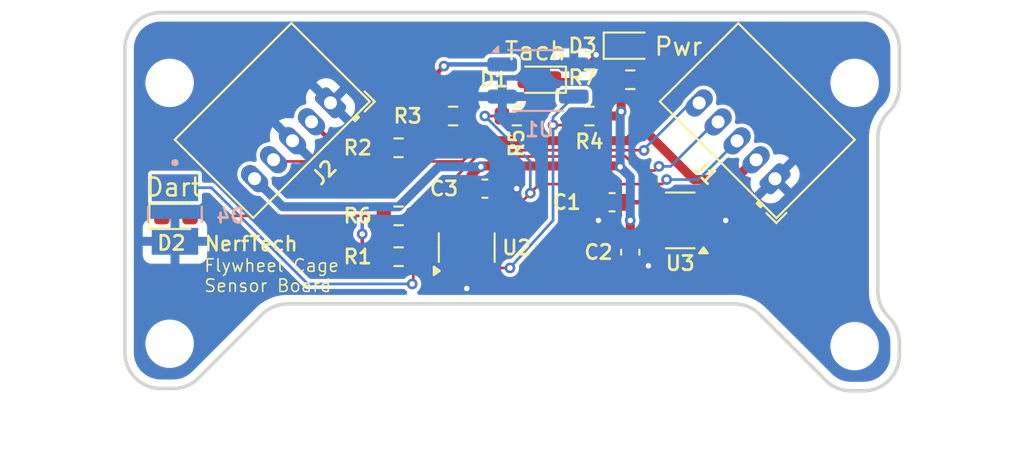
<source format=kicad_pcb>
(kicad_pcb (version 20241229) (generator "pcbnew") (generator_version "9.0")
  (layers (0 "F.Cu" signal) (2 "B.Cu" signal) (13 "F.Paste" user) (15 "B.Paste" user) (5 "F.SilkS" user "F.Silkscreen") (7 "B.SilkS" user "B.Silkscreen") (1 "F.Mask" user) (3 "B.Mask" user) (25 "Edge.Cuts" user))
  (net 0 "")
  (net 1 "/breakbeam_d")
  (net 2 "GND")
  (net 3 "+5V")
  (net 4 "temp2")
  (net 5 "/tach_d")
  (net 6 "/tach_led_ind")
  (net 7 "+3.3V")
  (net 8 "/breakbeam_a")
  (net 9 "/breakbeam_led_ind")
  (net 10 "/tach_a")
  (net 11 "Net-(U3-BP)")
  (net 12 "/power_led_ind")
  (net 13 "/breakbeam_led")
  (net 14 "/tach_led")
  (footprint "Resistor_SMD:R_0603_1608Metric" (layer "F.Cu") (at 102.87 94.488 180)
    (property "Reference" "R4" (at 0 -1.43 0) (layer "F.SilkS") (effects (font (size 0.8 0.8))))
    (property "Value" "15.0K")
    (fp_line (start -0.237258 0.5225) (end 0.237258 0.5225) (stroke (width 0.12)) (layer "F.SilkS"))
    (fp_line (start -0.237258 -0.5225) (end 0.237258 -0.5225) (stroke (width 0.12)) (layer "F.SilkS"))
    (pad "1" smd roundrect (at -0.825 0 180) (size 0.8 0.95) (layers "F.Cu" "F.Mask" "F.Paste") (net 7 "+3.3V"))
    (pad "2" smd roundrect (at 0.825 0 180) (size 0.8 0.95) (layers "F.Cu" "F.Mask" "F.Paste") (net 10 "/tach_a"))
  )
  (footprint "Capacitor_SMD:C_0603_1608Metric" (layer "F.Cu") (at 105.156 102.108 -90)
    (property "Reference" "C2" (at 0 1.778 180) (layer "F.SilkS") (effects (font (size 0.8 0.8))))
    (property "Value" "1uf")
    (fp_line (start -0.14058 0.51) (end 0.14058 0.51) (stroke (width 0.12)) (layer "F.SilkS"))
    (fp_line (start -0.14058 -0.51) (end 0.14058 -0.51) (stroke (width 0.12)) (layer "F.SilkS"))
    (pad "1" smd roundrect (at -0.775 0 270) (size 0.9 0.95) (layers "F.Cu" "F.Mask" "F.Paste") (net 7 "+3.3V"))
    (pad "2" smd roundrect (at 0.775 0 270) (size 0.9 0.95) (layers "F.Cu" "F.Mask" "F.Paste") (net 2 "GND"))
  )
  (footprint "LED_SMD:LED_0603_1608Metric" (layer "F.Cu") (at 105.156 90.551)
    (property "Reference" "D3" (at -2.667 0 0) (layer "F.SilkS") (effects (font (size 0.8 0.8))))
    (property "Value" "Green")
    (fp_line (start -1.485 -0.735) (end -1.485 0.735) (stroke (width 0.12)) (layer "F.SilkS"))
    (fp_line (start -1.485 0.735) (end 0.8 0.735) (stroke (width 0.12)) (layer "F.SilkS"))
    (fp_line (start 0.8 -0.735) (end -1.485 -0.735) (stroke (width 0.12)) (layer "F.SilkS"))
    (pad "1" smd roundrect (at -0.7875 0) (size 0.875 0.95) (layers "F.Cu" "F.Mask" "F.Paste") (net 2 "GND"))
    (pad "2" smd roundrect (at 0.7875 0) (size 0.875 0.95) (layers "F.Cu" "F.Mask" "F.Paste") (net 12 "/power_led_ind"))
  )
  (footprint "MountingHole:MountingHole_2.2mm_M2" (layer "F.Cu") (at 79.4 107.234)
    (property "Reference" "REF**" (hide yes))
    (property "Value" "MountingHole_2.2mm_M2")
    (pad "" np_thru_hole circle (at 0 0) (size 2.2 2.2) (drill 2.2) (layers "*.Cu" "*.Mask"))
  )
  (footprint "Capacitor_SMD:C_0603_1608Metric" (layer "F.Cu") (at 97.028 98.552)
    (property "Reference" "C3" (at -2.286 0 0) (layer "F.SilkS") (effects (font (size 0.8 0.8))))
    (property "Value" "0.1uf")
    (fp_line (start -0.14058 -0.51) (end 0.14058 -0.51) (stroke (width 0.12)) (layer "F.SilkS"))
    (fp_line (start -0.14058 0.51) (end 0.14058 0.51) (stroke (width 0.12)) (layer "F.SilkS"))
    (pad "1" smd roundrect (at -0.775 0) (size 0.9 0.95) (layers "F.Cu" "F.Mask" "F.Paste") (net 7 "+3.3V"))
    (pad "2" smd roundrect (at 0.775 0) (size 0.9 0.95) (layers "F.Cu" "F.Mask" "F.Paste") (net 2 "GND"))
  )
  (footprint "Capacitor_SMD:C_0603_1608Metric" (layer "F.Cu") (at 104.14 99.314 180)
    (property "Reference" "C1" (at 2.54 0 0) (layer "F.SilkS") (effects (font (size 0.8 0.8))))
    (property "Value" "0.01uf")
    (fp_line (start -0.14058 0.51) (end 0.14058 0.51) (stroke (width 0.12)) (layer "F.SilkS"))
    (fp_line (start -0.14058 -0.51) (end 0.14058 -0.51) (stroke (width 0.12)) (layer "F.SilkS"))
    (pad "1" smd roundrect (at -0.775 0 180) (size 0.9 0.95) (layers "F.Cu" "F.Mask" "F.Paste") (net 11 "Net-(U3-BP)"))
    (pad "2" smd roundrect (at 0.775 0 180) (size 0.9 0.95) (layers "F.Cu" "F.Mask" "F.Paste") (net 2 "GND"))
  )
  (footprint "MountingHole:MountingHole_2.2mm_M2" (layer "F.Cu") (at 79.4 92.633)
    (property "Reference" "REF**" (hide yes))
    (property "Value" "MountingHole_2.2mm_M2")
    (pad "" np_thru_hole circle (at 0 0) (size 2.2 2.2) (drill 2.2) (layers "*.Cu" "*.Mask"))
  )
  (footprint "Resistor_SMD:R_0603_1608Metric" (layer "F.Cu") (at 92.202 102.362)
    (property "Reference" "R1" (at -2.286 0 0) (layer "F.SilkS") (effects (font (size 0.8 0.8))))
    (property "Value" "3.3k")
    (fp_line (start -0.237258 -0.5225) (end 0.237258 -0.5225) (stroke (width 0.12)) (layer "F.SilkS"))
    (fp_line (start -0.237258 0.5225) (end 0.237258 0.5225) (stroke (width 0.12)) (layer "F.SilkS"))
    (pad "1" smd roundrect (at -0.825 0) (size 0.8 0.95) (layers "F.Cu" "F.Mask" "F.Paste") (net 7 "+3.3V"))
    (pad "2" smd roundrect (at 0.825 0) (size 0.8 0.95) (layers "F.Cu" "F.Mask" "F.Paste") (net 8 "/breakbeam_a"))
  )
  (footprint "LED_SMD:LED_0603_1608Metric" (layer "F.Cu") (at 79.756 100.076)
    (property "Reference" "D2" (at -0.254 1.524 0) (layer "F.SilkS") (effects (font (size 0.8 0.8))))
    (property "Value" "Red")
    (fp_line (start -1.485 -0.735) (end -1.485 0.735) (stroke (width 0.12)) (layer "F.SilkS"))
    (fp_line (start -1.485 0.735) (end 0.8 0.735) (stroke (width 0.12)) (layer "F.SilkS"))
    (fp_line (start 0.8 -0.735) (end -1.485 -0.735) (stroke (width 0.12)) (layer "F.SilkS"))
    (pad "1" smd roundrect (at -0.7875 0) (size 0.875 0.95) (layers "F.Cu" "F.Mask" "F.Paste") (net 2 "GND"))
    (pad "2" smd roundrect (at 0.7875 0) (size 0.875 0.95) (layers "F.Cu" "F.Mask" "F.Paste") (net 9 "/breakbeam_led_ind"))
  )
  (footprint "Resistor_SMD:R_0603_1608Metric" (layer "F.Cu") (at 92.202 100.076 180)
    (property "Reference" "R6" (at 2.286 0 0) (layer "F.SilkS") (effects (font (size 0.8 0.8))))
    (property "Value" "330")
    (fp_line (start -0.237258 0.5225) (end 0.237258 0.5225) (stroke (width 0.12)) (layer "F.SilkS"))
    (fp_line (start -0.237258 -0.5225) (end 0.237258 -0.5225) (stroke (width 0.12)) (layer "F.SilkS"))
    (pad "1" smd roundrect (at -0.825 0 180) (size 0.8 0.95) (layers "F.Cu" "F.Mask" "F.Paste") (net 1 "/breakbeam_d"))
    (pad "2" smd roundrect (at 0.825 0 180) (size 0.8 0.95) (layers "F.Cu" "F.Mask" "F.Paste") (net 9 "/breakbeam_led_ind"))
  )
  (footprint "LED_SMD:LED_0603_1608Metric" (layer "F.Cu") (at 100.076 92.456 180)
    (property "Reference" "D1" (at 2.54 0 0) (layer "F.SilkS") (effects (font (size 0.8 0.8))))
    (property "Value" "Red")
    (fp_line (start 0.8 -0.735) (end -1.485 -0.735) (stroke (width 0.12)) (layer "F.SilkS"))
    (fp_line (start -1.485 0.735) (end 0.8 0.735) (stroke (width 0.12)) (layer "F.SilkS"))
    (fp_line (start -1.485 -0.735) (end -1.485 0.735) (stroke (width 0.12)) (layer "F.SilkS"))
    (pad "1" smd roundrect (at -0.7875 0 180) (size 0.875 0.95) (layers "F.Cu" "F.Mask" "F.Paste") (net 2 "GND"))
    (pad "2" smd roundrect (at 0.7875 0 180) (size 0.875 0.95) (layers "F.Cu" "F.Mask" "F.Paste") (net 6 "/tach_led_ind"))
  )
  (footprint "Resistor_SMD:R_0603_1608Metric" (layer "F.Cu") (at 92.202 96.266 180)
    (property "Reference" "R2" (at 2.286 0 0) (layer "F.SilkS") (effects (font (size 0.8 0.8))))
    (property "Value" "220")
    (fp_line (start -0.237258 0.5225) (end 0.237258 0.5225) (stroke (width 0.12)) (layer "F.SilkS"))
    (fp_line (start -0.237258 -0.5225) (end 0.237258 -0.5225) (stroke (width 0.12)) (layer "F.SilkS"))
    (pad "1" smd roundrect (at -0.825 0 180) (size 0.8 0.95) (layers "F.Cu" "F.Mask" "F.Paste") (net 3 "+5V"))
    (pad "2" smd roundrect (at 0.825 0 180) (size 0.8 0.95) (layers "F.Cu" "F.Mask" "F.Paste") (net 13 "/breakbeam_led"))
  )
  (footprint "McLibrary:JST_ZH_B5B-ZR_1x05_P1.50mm_Horizontal" (layer "F.Cu") (at 113.25 98 135)
    (property "Reference" "J1" (at 3 -2.5 135) (layer "F.SilkS") (effects (font (size 0.8 0.8))))
    (property "Value" "JST_ZH_S5B")
    (fp_line (start 7.61 -1.5) (end 7.61 4.699999) (stroke (width 0.12)) (layer "F.SilkS"))
    (fp_line (start 7.61 -1.5) (end -1.61 -1.5) (stroke (width 0.12)) (layer "F.SilkS"))
    (fp_line (start -0.25 -1.7) (end -0.55 -1.7) (stroke (width 0.12)) (layer "F.SilkS"))
    (fp_line (start -0.25 -1.6) (end -0.55 -1.6) (stroke (width 0.12)) (layer "F.SilkS"))
    (fp_line (start -0.25 -1.5) (end -0.25 -1.7) (stroke (width 0.12)) (layer "F.SilkS"))
    (fp_line (start -0.3 -1.51) (end -0.6 -1.51) (stroke (width 0.12)) (layer "F.SilkS"))
    (fp_line (start -0.55 -1.7) (end -0.55 -1.5) (stroke (width 0.12)) (layer "F.SilkS"))
    (fp_line (start -1.01 -1.7) (end -1.81 -1.7) (stroke (width 0.12)) (layer "F.SilkS"))
    (fp_line (start -1.8 -1.7) (end -1.8 -0.9) (stroke (width 0.12)) (layer "F.SilkS"))
    (fp_line (start -1.61 -1.5) (end -1.61 4.7) (stroke (width 0.12)) (layer "F.SilkS"))
    (fp_line (start -1.61 4.7) (end 7.61 4.699999) (stroke (width 0.12)) (layer "F.SilkS"))
    (pad "1" thru_hole roundrect (at 0 0 135) (size 1.03 1.73) (drill 0.73) (layers "*.Cu" "*.Mask") (roundrect_rratio 0.242718) (net 2 "GND"))
    (pad "2" thru_hole oval (at 1.5 0 135) (size 1.03 1.73) (drill 0.73) (layers "*.Cu" "*.Mask") (net 3 "+5V"))
    (pad "3" thru_hole oval (at 3 0 135) (size 1.03 1.73) (drill 0.73) (layers "*.Cu" "*.Mask") (net 5 "/tach_d"))
    (pad "4" thru_hole oval (at 4.500001 0 135) (size 1.03 1.73) (drill 0.73) (layers "*.Cu" "*.Mask") (net 1 "/breakbeam_d"))
    (pad "5" thru_hole oval (at 6 0 135) (size 1.03 1.73) (drill 0.73) (layers "*.Cu" "*.Mask") (net 4 "temp2"))
  )
  (footprint "Resistor_SMD:R_0603_1608Metric" (layer "F.Cu") (at 98.806 94.488)
    (property "Reference" "R5" (at 0 1.524 90) (layer "F.SilkS") (effects (font (size 0.8 0.8))))
    (property "Value" "330")
    (fp_line (start -0.237258 -0.5225) (end 0.237258 -0.5225) (stroke (width 0.12)) (layer "F.SilkS"))
    (fp_line (start -0.237258 0.5225) (end 0.237258 0.5225) (stroke (width 0.12)) (layer "F.SilkS"))
    (pad "1" smd roundrect (at -0.825 0) (size 0.8 0.95) (layers "F.Cu" "F.Mask" "F.Paste") (net 5 "/tach_d"))
    (pad "2" smd roundrect (at 0.825 0) (size 0.8 0.95) (layers "F.Cu" "F.Mask" "F.Paste") (net 6 "/tach_led_ind"))
  )
  (footprint "Package_TO_SOT_SMD:SOT-23-5" (layer "F.Cu") (at 107.95 100.33 180)
    (property "Reference" "U3" (at 0 -2.4 0) (layer "F.SilkS") (effects (font (size 0.8 0.8))))
    (property "Value" "SPX3819M5-L-3-3")
    (fp_line (start 0 1.56) (end 0.8 1.56) (stroke (width 0.12)) (layer "F.SilkS"))
    (fp_line (start 0 1.56) (end -0.8 1.56) (stroke (width 0.12)) (layer "F.SilkS"))
    (fp_line (start 0 -1.56) (end 0.8 -1.56) (stroke (width 0.12)) (layer "F.SilkS"))
    (fp_line (start 0 -1.56) (end -0.8 -1.56) (stroke (width 0.12)) (layer "F.SilkS"))
    (fp_poly (pts (xy -1.3 -1.51) (xy -1.54 -1.84) (xy -1.06 -1.84)) (stroke (width 0.12)) (fill yes) (layer "F.SilkS"))
    (pad "1" smd roundrect (at -1.1375 -0.95 180) (size 1.325 0.6) (layers "F.Cu" "F.Mask" "F.Paste") (net 3 "+5V"))
    (pad "2" smd roundrect (at -1.1375 0 180) (size 1.325 0.6) (layers "F.Cu" "F.Mask" "F.Paste") (net 2 "GND"))
    (pad "3" smd roundrect (at -1.1375 0.95 180) (size 1.325 0.6) (layers "F.Cu" "F.Mask" "F.Paste") (net 3 "+5V"))
    (pad "4" smd roundrect (at 1.1375 0.95 180) (size 1.325 0.6) (layers "F.Cu" "F.Mask" "F.Paste") (net 11 "Net-(U3-BP)"))
    (pad "5" smd roundrect (at 1.1375 -0.95 180) (size 1.325 0.6) (layers "F.Cu" "F.Mask" "F.Paste") (net 7 "+3.3V"))
  )
  (footprint "Resistor_SMD:R_0603_1608Metric" (layer "F.Cu") (at 95.25 94.488 180)
    (property "Reference" "R3" (at 2.54 0 0) (layer "F.SilkS") (effects (font (size 0.8 0.8))))
    (property "Value" "470")
    (fp_line (start -0.237258 0.5225) (end 0.237258 0.5225) (stroke (width 0.12)) (layer "F.SilkS"))
    (fp_line (start -0.237258 -0.5225) (end 0.237258 -0.5225) (stroke (width 0.12)) (layer "F.SilkS"))
    (pad "1" smd roundrect (at -0.825 0 180) (size 0.8 0.95) (layers "F.Cu" "F.Mask" "F.Paste") (net 3 "+5V"))
    (pad "2" smd roundrect (at 0.825 0 180) (size 0.8 0.95) (layers "F.Cu" "F.Mask" "F.Paste") (net 14 "/tach_led"))
  )
  (footprint "MountingHole:MountingHole_2.2mm_M2" (layer "F.Cu") (at 117.7 107.367)
    (property "Reference" "REF**" (hide yes))
    (property "Value" "MountingHole_2.2mm_M2")
    (pad "" np_thru_hole circle (at 0 0) (size 2.2 2.2) (drill 2.2) (layers "*.Cu" "*.Mask"))
  )
  (footprint "MountingHole:MountingHole_2.2mm_M2" (layer "F.Cu") (at 117.7 92.633)
    (property "Reference" "REF**" (hide yes))
    (property "Value" "MountingHole_2.2mm_M2")
    (pad "" np_thru_hole circle (at 0 0) (size 2.2 2.2) (drill 2.2) (layers "*.Cu" "*.Mask"))
  )
  (footprint "Resistor_SMD:R_0603_1608Metric" (layer "F.Cu") (at 105.156 92.456)
    (property "Reference" "R7" (at -2.667 -0.127 0) (layer "F.SilkS") (effects (font (size 0.8 0.8))))
    (property "Value" "330")
    (fp_line (start -0.237258 -0.5225) (end 0.237258 -0.5225) (stroke (width 0.12)) (layer "F.SilkS"))
    (fp_line (start -0.237258 0.5225) (end 0.237258 0.5225) (stroke (width 0.12)) (layer "F.SilkS"))
    (pad "1" smd roundrect (at -0.825 0) (size 0.8 0.95) (layers "F.Cu" "F.Mask" "F.Paste") (net 7 "+3.3V"))
    (pad "2" smd roundrect (at 0.825 0) (size 0.8 0.95) (layers "F.Cu" "F.Mask" "F.Paste") (net 12 "/power_led_ind"))
  )
  (footprint "McLibrary:JST_ZH_B5B-ZR_1x05_P1.50mm_Horizontal" (layer "F.Cu") (at 88.393934 93.75 -135)
    (property "Reference" "J2" (at 3 -2.5 225) (layer "F.SilkS") (effects (font (size 0.8 0.8))))
    (property "Value" "JST_ZH_S5B")
    (fp_line (start 7.61 -1.5) (end 7.61 4.699999) (stroke (width 0.12)) (layer "F.SilkS"))
    (fp_line (start 7.61 -1.5) (end -1.61 -1.5) (stroke (width 0.12)) (layer "F.SilkS"))
    (fp_line (start -1.61 4.7) (end 7.61 4.699999) (stroke (width 0.12)) (layer "F.SilkS"))
    (fp_line (start -0.25 -1.5) (end -0.25 -1.7) (stroke (width 0.12)) (layer "F.SilkS"))
    (fp_line (start -0.3 -1.51) (end -0.6 -1.51) (stroke (width 0.12)) (layer "F.SilkS"))
    (fp_line (start -0.25 -1.6) (end -0.55 -1.6) (stroke (width 0.12)) (layer "F.SilkS"))
    (fp_line (start -0.25 -1.7) (end -0.55 -1.7) (stroke (width 0.12)) (layer "F.SilkS"))
    (fp_line (start -0.55 -1.7) (end -0.55 -1.5) (stroke (width 0.12)) (layer "F.SilkS"))
    (fp_line (start -1.01 -1.7) (end -1.81 -1.7) (stroke (width 0.12)) (layer "F.SilkS"))
    (fp_line (start -1.61 -1.5) (end -1.61 4.7) (stroke (width 0.12)) (layer "F.SilkS"))
    (fp_line (start -1.8 -1.7) (end -1.8 -0.9) (stroke (width 0.12)) (layer "F.SilkS"))
    (pad "1" thru_hole roundrect (at 0 0 225) (size 1.03 1.73) (drill 0.73) (layers "*.Cu" "*.Mask") (roundrect_rratio 0.242718) (net 2 "GND"))
    (pad "2" thru_hole oval (at 1.5 0 225) (size 1.03 1.73) (drill 0.73) (layers "*.Cu" "*.Mask") (net 13 "/breakbeam_led"))
    (pad "3" thru_hole oval (at 3 0 225) (size 1.03 1.73) (drill 0.73) (layers "*.Cu" "*.Mask") (net 2 "GND"))
    (pad "4" thru_hole oval (at 4.500001 0 225) (size 1.03 1.73) (drill 0.73) (layers "*.Cu" "*.Mask") (net 4 "temp2"))
    (pad "5" thru_hole oval (at 6 0 225) (size 1.03 1.73) (drill 0.73) (layers "*.Cu" "*.Mask") (net 7 "+3.3V"))
  )
  (footprint "Package_TO_SOT_SMD:SOT-23-6" (layer "F.Cu") (at 96.012 101.854 90)
    (property "Reference" "U2" (at 0 2.794 180) (layer "F.SilkS") (effects (font (size 0.8 0.8))))
    (property "Value" "SN74LVC2G14DBV")
    (fp_line (start 0 -1.56) (end 0.8 -1.56) (stroke (width 0.12)) (layer "F.SilkS"))
    (fp_line (start 0 -1.56) (end -0.8 -1.56) (stroke (width 0.12)) (layer "F.SilkS"))
    (fp_line (start 0 1.56) (end 0.8 1.56) (stroke (width 0.12)) (layer "F.SilkS"))
    (fp_line (start 0 1.56) (end -0.8 1.56) (stroke (width 0.12)) (layer "F.SilkS"))
    (fp_poly (pts (xy -1.3 -1.51) (xy -1.54 -1.84) (xy -1.06 -1.84)) (stroke (width 0.12)) (fill yes) (layer "F.SilkS"))
    (pad "1" smd roundrect (at -1.1375 -0.95 90) (size 1.325 0.6) (layers "F.Cu" "F.Mask" "F.Paste") (net 8 "/breakbeam_a"))
    (pad "2" smd roundrect (at -1.1375 0 90) (size 1.325 0.6) (layers "F.Cu" "F.Mask" "F.Paste") (net 2 "GND"))
    (pad "3" smd roundrect (at -1.1375 0.95 90) (size 1.325 0.6) (layers "F.Cu" "F.Mask" "F.Paste") (net 10 "/tach_a"))
    (pad "4" smd roundrect (at 1.1375 0.95 90) (size 1.325 0.6) (layers "F.Cu" "F.Mask" "F.Paste") (net 5 "/tach_d"))
    (pad "5" smd roundrect (at 1.1375 0 90) (size 1.325 0.6) (layers "F.Cu" "F.Mask" "F.Paste") (net 7 "+3.3V"))
    (pad "6" smd roundrect (at 1.1375 -0.95 90) (size 1.325 0.6) (layers "F.Cu" "F.Mask" "F.Paste") (net 1 "/breakbeam_d"))
  )
  (footprint "OptoDevice:OnSemi_CASE100CY" (layer "B.Cu") (at 100 92.5 -90)
    (property "Reference" "U1" (at 2.75 -0.076 0) (layer "B.SilkS") (effects (font (size 0.8 0.8)) (justify mirror)))
    (property "Value" "QRE1113GR")
    (fp_line (start -1.7 -1.4) (end -1.7 1.67) (stroke (width 0.12)) (layer "B.SilkS"))
    (fp_line (start 1.7 -1.4) (end 1.7 1.4) (stroke (width 0.12)) (layer "B.SilkS"))
    (fp_poly (pts (xy -1.61 2.23) (xy -1.89 2.23) (xy -1.61 2.51) (xy -1.61 2.23)) (stroke (width 0.12)) (fill yes) (layer "B.SilkS"))
    (pad "1" smd roundrect (at -0.9 2 270) (size 0.79 1.66) (layers "B.Cu" "B.Mask" "B.Paste") (net 14 "/tach_led"))
    (pad "2" smd roundrect (at -0.9 -2 270) (size 0.79 1.66) (layers "B.Cu" "B.Mask" "B.Paste") (net 2 "GND"))
    (pad "3" smd roundrect (at 0.9 -2 270) (size 0.79 1.66) (layers "B.Cu" "B.Mask" "B.Paste") (net 10 "/tach_a"))
    (pad "4" smd roundrect (at 0.9 2 270) (size 0.79 1.66) (layers "B.Cu" "B.Mask" "B.Paste") (net 2 "GND"))
  )
  (footprint "McLibrary:PHODET_SFH_320-4-Z" (layer "B.Cu") (at 79.700005 100 -90)
    (property "Reference" "D4" (at 0.076 -3.103995 0) (layer "B.SilkS") (effects (font (size 0.8 0.8)) (justify mirror)))
    (property "Value" "SFH_320-4-Z")
    (fp_line (start -0.43 1.5) (end 0.43 1.5) (stroke (width 0.127)) (layer "B.SilkS"))
    (fp_line (start 0.43 -1.5) (end -0.43 -1.5) (stroke (width 0.127)) (layer "B.SilkS"))
    (fp_circle (center -2.9 0) (end -2.8 0) (stroke (width 0.2)) (fill no) (layer "B.SilkS"))
    (pad "C" smd rect (at -1.5 0 270) (size 1.5 2.6) (layers "B.Cu") (net 8 "/breakbeam_a"))
    (pad "E" smd rect (at 1.5 0 270) (size 1.5 2.6) (layers "B.Cu") (net 2 "GND"))
  )
  (gr_line (start 81.021318 109.148219) (end 84.583769 105.585768) (stroke (width 0.2)) (layer "Edge.Cuts"))
  (gr_line (start 117.4929 109.866999) (end 118.2 109.866999) (stroke (width 0.2)) (layer "Edge.Cuts"))
  (gr_line (start 120.2 92.8401) (end 120.2 90.7) (stroke (width 0.2)) (layer "Edge.Cuts"))
  (gr_arc (start 119.614193 105.745658) (mid 120.047762 106.394525) (end 120.2 107.155428) (stroke (width 0.2)) (layer "Edge.Cuts"))
  (gr_arc (start 78.9 109.733998) (mid 77.485789 109.148213) (end 76.900005 107.734) (stroke (width 0.2)) (layer "Edge.Cuts"))
  (gr_line (start 78.900005 88.7) (end 118.2 88.7) (stroke (width 0.2)) (layer "Edge.Cuts"))
  (gr_arc (start 110.969 105) (mid 111.734398 105.152254) (end 112.39108 105.593613) (stroke (width 0.2)) (layer "Edge.Cuts"))
  (gr_arc (start 119 95.697) (mid 119.152253 94.931603) (end 119.593766 94.274768) (stroke (width 0.2)) (layer "Edge.Cuts"))
  (gr_line (start 76.900005 107.734) (end 76.900005 90.7) (stroke (width 0.2)) (layer "Edge.Cuts"))
  (gr_line (start 78.9 109.733998) (end 79.612756 109.733998) (stroke (width 0.2)) (layer "Edge.Cuts"))
  (gr_arc (start 84.583769 105.585768) (mid 85.232595 105.152229) (end 85.997964 105) (stroke (width 0.2)) (layer "Edge.Cuts"))
  (gr_arc (start 76.900005 90.7) (mid 77.485792 89.285788) (end 78.900005 88.7) (stroke (width 0.2)) (layer "Edge.Cuts"))
  (gr_arc (start 119.585742 105.717208) (mid 119.152228 105.068407) (end 119 104.295355) (stroke (width 0.2)) (layer "Edge.Cuts"))
  (gr_line (start 119.614193 105.745658) (end 119.585742 105.717208) (stroke (width 0.2)) (layer "Edge.Cuts"))
  (gr_line (start 120.2 107.867) (end 120.2 107.155428) (stroke (width 0.2)) (layer "Edge.Cuts"))
  (gr_arc (start 81.021318 109.148219) (mid 80.372479 109.581761) (end 79.612756 109.733998) (stroke (width 0.2)) (layer "Edge.Cuts"))
  (gr_line (start 119.593766 94.274768) (end 119.614183 94.254352) (stroke (width 0.2)) (layer "Edge.Cuts"))
  (gr_line (start 110.969 105) (end 85.997964 105) (stroke (width 0.2)) (layer "Edge.Cuts"))
  (gr_line (start 119 104.295355) (end 119 95.697) (stroke (width 0.2)) (layer "Edge.Cuts"))
  (gr_arc (start 118.2 88.7) (mid 119.614214 89.285786) (end 120.2 90.7) (stroke (width 0.2)) (layer "Edge.Cuts"))
  (gr_arc (start 117.4929 109.866999) (mid 116.727528 109.714756) (end 116.07868 109.281213) (stroke (width 0.2)) (layer "Edge.Cuts"))
  (gr_arc (start 120.2 92.8401) (mid 120.047757 93.605473) (end 119.614179 94.254348) (stroke (width 0.2)) (layer "Edge.Cuts"))
  (gr_arc (start 120.2 107.867) (mid 119.614214 109.281213) (end 118.2 109.867) (stroke (width 0.2)) (layer "Edge.Cuts"))
  (gr_line (start 112.39108 105.593613) (end 116.07868 109.281213) (stroke (width 0.2)) (layer "Edge.Cuts"))
  (gr_text "NerfTech" (at 81.28 102.108 0) (layer "F.SilkS") (effects (font (size 0.8 0.8) (thickness 0.14) (bold yes)) (justify left bottom)))
  (gr_text "Pwr" (at 106.426 91.186 0) (layer "F.SilkS") (effects (font (size 1 1) (thickness 0.14) (bold yes)) (justify left bottom)))
  (gr_text "Tach" (at 98.044 91.44 0) (layer "F.SilkS") (effects (font (size 1 1) (thickness 0.14) (bold yes)) (justify left bottom)))
  (gr_text "Flywheel Cage\nSensor Board" (at 81.28 104.394 0) (layer "F.SilkS") (effects (font (size 0.7 0.7) (thickness 0.0875)) (justify left bottom)))
  (gr_text "Dart" (at 77.978 99.06 0) (layer "F.SilkS") (effects (font (size 1 1) (thickness 0.14) (bold yes)) (justify left bottom)))
  (segment (start 93.027 100.076) (end 93.726 100.076) (width 0.1524) (layer "F.Cu") (net 1))
  (segment (start 105.674272 97.536) (end 106.530119 97.536) (width 0.1524) (layer "F.Cu") (net 1))
  (segment (start 95.062 100.7165) (end 95.062 98.244184) (width 0.1524) (layer "F.Cu") (net 1))
  (segment (start 94.3665 100.7165) (end 95.062 100.7165) (width 0.1524) (layer "F.Cu") (net 1))
  (segment (start 96.554384 96.7518) (end 104.890072 96.7518) (width 0.1524) (layer "F.Cu") (net 1))
  (segment (start 104.890072 96.7518) (end 105.674272 97.536) (width 0.1524) (layer "F.Cu") (net 1))
  (segment (start 93.726 100.076) (end 94.3665 100.7165) (width 0.1524) (layer "F.Cu") (net 1))
  (segment (start 95.062 98.244184) (end 96.554384 96.7518) (width 0.1524) (layer "F.Cu") (net 1))
  (segment (start 106.530119 97.536) (end 106.760834 97.305285) (width 0.1524) (layer "F.Cu") (net 1))
  (via (at 106.760834 97.305285) (size 0.6) (drill 0.3) (layers "F.Cu" "B.Cu") (net 1))
  (segment (start 107.418715 97.305285) (end 106.760834 97.305285) (width 0.1524) (layer "B.Cu") (net 1))
  (segment (start 109.905981 94.818019) (end 107.418715 97.305285) (width 0.1524) (layer "B.Cu") (net 1))
  (segment (start 110.068019 94.818019) (end 109.905981 94.818019) (width 0.1524) (layer "B.Cu") (net 1))
  (segment (start 101.854 92.456) (end 100.8635 92.456) (width 0.2) (layer "F.Cu") (net 2))
  (segment (start 103.365 100.317) (end 103.378 100.33) (width 0.508) (layer "F.Cu") (net 2))
  (segment (start 103.251 91.059) (end 103.759 90.551) (width 0.2) (layer "F.Cu") (net 2))
  (segment (start 109.0875 100.33) (end 110.49 100.33) (width 0.508) (layer "F.Cu") (net 2))
  (segment (start 96.012 102.9915) (end 96.012 104.14) (width 0.254) (layer "F.Cu") (net 2))
  (segment (start 97.803 98.552) (end 98.806 98.552) (width 0.254) (layer "F.Cu") (net 2))
  (segment (start 103.365 99.314) (end 103.365 100.317) (width 0.508) (layer "F.Cu") (net 2))
  (segment (start 103.759 90.551) (end 104.3685 90.551) (width 0.2) (layer "F.Cu") (net 2))
  (segment (start 105.156 102.883) (end 106.159 102.883) (width 0.508) (layer "F.Cu") (net 2))
  (segment (start 106.159 102.883) (end 106.172 102.87) (width 0.508) (layer "F.Cu") (net 2))
  (segment (start 103.251 91.059) (end 101.854 92.456) (width 0.2) (layer "F.Cu") (net 2))
  (via (at 98.806 98.552) (size 0.6) (drill 0.3) (layers "F.Cu" "B.Cu") (net 2))
  (via (at 103.378 100.33) (size 0.6) (drill 0.3) (layers "F.Cu" "B.Cu") (net 2))
  (via (at 96.012 104.14) (size 0.6) (drill 0.3) (layers "F.Cu" "B.Cu") (net 2))
  (via (at 106.172 102.87) (size 0.6) (drill 0.3) (layers "F.Cu" "B.Cu") (net 2))
  (via (at 103.251 91.059) (size 0.6) (drill 0.3) (layers "F.Cu" "B.Cu") (net 2))
  (via (at 110.49 100.33) (size 0.6) (drill 0.3) (layers "F.Cu" "B.Cu") (net 2))
  (segment (start 96.075 94.488) (end 96.075 95.912274) (width 0.254) (layer "F.Cu") (net 3))
  (segment (start 110.678 99.38) (end 110.998 99.06) (width 0.1524) (layer "F.Cu") (net 3))
  (segment (start 111.252 99.06) (end 111.252 97.79) (width 0.508) (layer "F.Cu") (net 3))
  (segment (start 112.10266 96.93934) (end 112.18934 96.93934) (width 0.508) (layer "F.Cu") (net 3))
  (segment (start 95.721274 96.266) (end 95.993637 95.993637) (width 0.508) (layer "F.Cu") (net 3))
  (segment (start 108.712 98.044) (end 106.172 95.504) (width 0.508) (layer "F.Cu") (net 3))
  (segment (start 110.998 99.06) (end 111.252 99.06) (width 0.1524) (layer "F.Cu") (net 3))
  (segment (start 105.41 95.504) (end 105.0448 95.8692) (width 0.508) (layer "F.Cu") (net 3))
  (segment (start 109.0875 99.38) (end 110.678 99.38) (width 0.1524) (layer "F.Cu") (net 3))
  (segment (start 93.027 96.266) (end 95.721274 96.266) (width 0.508) (layer "F.Cu") (net 3))
  (segment (start 96.075 95.912274) (end 95.993637 95.993637) (width 0.254) (layer "F.Cu") (net 3))
  (segment (start 105.0448 95.8692) (end 96.118074 95.8692) (width 0.508) (layer "F.Cu") (net 3))
  (segment (start 110.998 98.044) (end 108.712 98.044) (width 0.508) (layer "F.Cu") (net 3))
  (segment (start 110.81 101.28) (end 111.252 100.838) (width 0.508) (layer "F.Cu") (net 3))
  (segment (start 111.252 97.79) (end 112.10266 96.93934) (width 0.508) (layer "F.Cu") (net 3))
  (segment (start 109.0875 101.28) (end 110.81 101.28) (width 0.508) (layer "F.Cu") (net 3))
  (segment (start 96.118074 95.8692) (end 95.993637 95.993637) (width 0.508) (layer "F.Cu") (net 3))
  (segment (start 106.172 95.504) (end 105.41 95.504) (width 0.508) (layer "F.Cu") (net 3))
  (segment (start 111.252 100.838) (end 111.252 99.06) (width 0.508) (layer "F.Cu") (net 3))
  (segment (start 112.18934 96.93934) (end 112.10266 96.93934) (width 0.508) (layer "B.Cu") (net 3))
  (segment (start 95.779816 97.028) (end 96.408416 96.3994) (width 0.1524) (layer "F.Cu") (net 4))
  (segment (start 96.408416 96.3994) (end 105.913411 96.3994) (width 0.1524) (layer "F.Cu") (net 4))
  (segment (start 105.913411 96.3994) (end 105.925086 96.411075) (width 0.1524) (layer "F.Cu") (net 4))
  (segment (start 85.727885 97.028) (end 95.779816 97.028) (width 0.1524) (layer "F.Cu") (net 4))
  (segment (start 85.631866 96.931981) (end 85.727885 97.028) (width 0.1524) (layer "F.Cu") (net 4))
  (segment (start 85.211953 96.931981) (end 85.631866 96.931981) (width 0.1524) (layer "F.Cu") (net 4))
  (via (at 105.925086 96.411075) (size 0.6) (drill 0.3) (layers "F.Cu" "B.Cu") (net 4))
  (segment (start 109.007359 93.757359) (end 108.512385 93.757359) (width 0.1524) (layer "B.Cu") (net 4))
  (segment (start 105.925086 96.344658) (end 105.925086 96.411075) (width 0.1524) (layer "B.Cu") (net 4))
  (segment (start 108.512385 93.757359) (end 105.925086 96.344658) (width 0.1524) (layer "B.Cu") (net 4))
  (segment (start 97.028 94.488) (end 97.981 94.488) (width 0.1524) (layer "F.Cu") (net 5))
  (segment (start 96.962 99.888) (end 97.282 99.568) (width 0.1524) (layer "F.Cu") (net 5))
  (segment (start 106.934 98.298) (end 107.188 98.044) (width 0.1524) (layer "F.Cu") (net 5))
  (segment (start 99.568 98.806) (end 100.076 98.298) (width 0.1524) (layer "F.Cu") (net 5))
  (segment (start 97.282 99.568) (end 98.806 99.568) (width 0.1524) (layer "F.Cu") (net 5))
  (segment (start 100.076 98.298) (end 106.934 98.298) (width 0.1524) (layer "F.Cu") (net 5))
  (segment (start 98.806 99.568) (end 99.568 98.806) (width 0.1524) (layer "F.Cu") (net 5))
  (segment (start 96.962 100.7165) (end 96.962 99.888) (width 0.1524) (layer "F.Cu") (net 5))
  (via (at 107.188 98.044) (size 0.6) (drill 0.3) (layers "F.Cu" "B.Cu") (net 5))
  (via (at 99.568 98.806) (size 0.6) (drill 0.3) (layers "F.Cu" "B.Cu") (net 5))
  (via (at 97.028 94.488) (size 0.6) (drill 0.3) (layers "F.Cu" "B.Cu") (net 5))
  (segment (start 111.12868 95.87868) (end 111.12868 95.88132) (width 0.1524) (layer "B.Cu") (net 5))
  (segment (start 99.568 97.028) (end 99.568 98.806) (width 0.1524) (layer "B.Cu") (net 5))
  (segment (start 108.966 98.044) (end 107.188 98.044) (width 0.1524) (layer "B.Cu") (net 5))
  (segment (start 111.12868 95.88132) (end 109.728 97.282) (width 0.1524) (layer "B.Cu") (net 5))
  (segment (start 97.028 94.488) (end 99.568 97.028) (width 0.1524) (layer "B.Cu") (net 5))
  (segment (start 109.728 97.282) (end 108.966 98.044) (width 0.1524) (layer "B.Cu") (net 5))
  (segment (start 99.631 93.535) (end 99.631 94.488) (width 0.1524) (layer "F.Cu") (net 6))
  (segment (start 99.2885 93.1925) (end 99.631 93.535) (width 0.1524) (layer "F.Cu") (net 6))
  (segment (start 99.2885 92.456) (end 99.2885 93.1925) (width 0.1524) (layer "F.Cu") (net 6))
  (segment (start 104.648 93.472) (end 104.648 94.234) (width 0.508) (layer "F.Cu") (net 7))
  (segment (start 96.012 99.568) (end 96.253 99.327) (width 0.254) (layer "F.Cu") (net 7))
  (segment (start 90.932 102.362) (end 90.17 101.6) (width 0.2) (layer "F.Cu") (net 7))
  (segment (start 105.156 101.333) (end 105.156 100.33) (width 0.508) (layer "F.Cu") (net 7))
  (segment (start 96.774 97.282) (end 96.253 97.803) (width 0.508) (layer "F.Cu") (net 7))
  (segment (start 96.774 97.282) (end 104.534691 97.282) (width 0.508) (layer "F.Cu") (net 7))
  (segment (start 103.695 94.488) (end 104.394 94.488) (width 0.508) (layer "F.Cu") (net 7))
  (segment (start 104.331 93.155) (end 104.648 93.472) (width 0.508) (layer "F.Cu") (net 7))
  (segment (start 90.17 101.6) (end 90.17 101.092) (width 0.2) (layer "F.Cu") (net 7))
  (segment (start 96.253 99.327) (end 96.253 98.552) (width 0.254) (layer "F.Cu") (net 7))
  (segment (start 106.8125 101.28) (end 105.209 101.28) (width 0.508) (layer "F.Cu") (net 7))
  (segment (start 96.253 97.803) (end 96.253 98.552) (width 0.508) (layer "F.Cu") (net 7))
  (segment (start 91.377 102.362) (end 90.932 102.362) (width 0.2) (layer "F.Cu") (net 7))
  (segment (start 96.012 100.7165) (end 96.012 99.568) (width 0.254) (layer "F.Cu") (net 7))
  (segment (start 96.774 97.282) (end 96.774 97.295473) (width 0.508) (layer "F.Cu") (net 7))
  (segment (start 105.209 101.28) (end 105.156 101.333) (width 0.508) (layer "F.Cu") (net 7))
  (segment (start 104.534691 97.282) (end 104.591346 97.338654) (width 0.508) (layer "F.Cu") (net 7))
  (segment (start 104.331 92.456) (end 104.331 93.155) (width 0.508) (layer "F.Cu") (net 7))
  (segment (start 96.774 97.295473) (end 96.806527 97.328) (width 0.508) (layer "F.Cu") (net 7))
  (via (at 104.591346 97.338654) (size 0.6) (drill 0.3) (layers "F.Cu" "B.Cu") (net 7))
  (via (at 105.156 100.33) (size 0.6) (drill 0.3) (layers "F.Cu" "B.Cu") (net 7))
  (via (at 96.806527 97.328) (size 0.6) (drill 0.3) (layers "F.Cu" "B.Cu") (net 7))
  (via (at 104.648 94.234) (size 0.6) (drill 0.3) (layers "F.Cu" "B.Cu") (net 7))
  (via (at 90.17 101.092) (size 0.6) (drill 0.3) (layers "F.Cu" "B.Cu") (net 7))
  (segment (start 92.202 99.568) (end 90.17 99.568) (width 0.508) (layer "B.Cu") (net 7))
  (segment (start 90.17 99.568) (end 85.726652 99.568) (width 0.508) (layer "B.Cu") (net 7))
  (segment (start 90.17 101.092) (end 90.17 99.568) (width 0.2) (layer "B.Cu") (net 7))
  (segment (start 104.591346 97.338654) (end 104.591346 94.290654) (width 0.508) (layer "B.Cu") (net 7))
  (segment (start 105.156 100.33) (end 105.156 97.903309) (width 0.508) (layer "B.Cu") (net 7))
  (segment (start 96.806527 97.328) (end 94.442 97.328) (width 0.508) (layer "B.Cu") (net 7))
  (segment (start 104.924491 97.671799) (end 104.591346 97.338654) (width 0.508) (layer "B.Cu") (net 7))
  (segment (start 105.156 97.903309) (end 104.591346 97.338654) (width 0.508) (layer "B.Cu") (net 7))
  (segment (start 85.726652 99.568) (end 84.151293 97.992641) (width 0.508) (layer "B.Cu") (net 7))
  (segment (start 104.591346 94.290654) (end 104.648 94.234) (width 0.508) (layer "B.Cu") (net 7))
  (segment (start 94.442 97.328) (end 92.202 99.568) (width 0.508) (layer "B.Cu") (net 7))
  (segment (start 94.234 102.362) (end 93.027 102.362) (width 0.1524) (layer "F.Cu") (net 8))
  (segment (start 93.027 102.362) (end 93.027 103.823) (width 0.1524) (layer "F.Cu") (net 8))
  (segment (start 94.8635 102.9915) (end 94.234 102.362) (width 0.1524) (layer "F.Cu") (net 8))
  (segment (start 93.027 103.823) (end 92.964 103.886) (width 0.1524) (layer "F.Cu") (net 8))
  (segment (start 95.062 102.9915) (end 94.8635 102.9915) (width 0.1524) (layer "F.Cu") (net 8))
  (via (at 92.964 103.886) (size 0.6) (drill 0.3) (layers "F.Cu" "B.Cu") (net 8))
  (segment (start 79.700005 98.5) (end 81.736 98.5) (width 0.1524) (layer "B.Cu") (net 8))
  (segment (start 87.122 103.886) (end 92.964 103.886) (width 0.1524) (layer "B.Cu") (net 8))
  (segment (start 81.736 98.5) (end 87.122 103.886) (width 0.1524) (layer "B.Cu") (net 8))
  (segment (start 80.5435 100.076) (end 91.377 100.076) (width 0.1524) (layer "F.Cu") (net 9))
  (segment (start 102.045 94.488) (end 101.537 94.996) (width 0.1524) (layer "F.Cu") (net 10))
  (segment (start 98.4305 102.9915) (end 96.962 102.9915) (width 0.1524) (layer "F.Cu") (net 10))
  (segment (start 101.537 94.996) (end 100.838 94.996) (width 0.1524) (layer "F.Cu") (net 10))
  (via (at 100.838 94.996) (size 0.6) (drill 0.3) (layers "F.Cu" "B.Cu") (net 10))
  (via (at 98.4305 102.9915) (size 0.6) (drill 0.3) (layers "F.Cu" "B.Cu") (net 10))
  (segment (start 100.838 100.33) (end 100.838 94.996) (width 0.1524) (layer "B.Cu") (net 10))
  (segment (start 98.4305 102.9915) (end 100.838 100.33) (width 0.1524) (layer "B.Cu") (net 10))
  (segment (start 102 93.4) (end 100.838 94.562) (width 0.1524) (layer "B.Cu") (net 10))
  (segment (start 100.838 94.562) (end 100.838 94.996) (width 0.1524) (layer "B.Cu") (net 10))
  (segment (start 105.984 99.38) (end 105.918 99.314) (width 0.254) (layer "F.Cu") (net 11))
  (segment (start 105.918 99.314) (end 104.915 99.314) (width 0.254) (layer "F.Cu") (net 11))
  (segment (start 106.8125 99.38) (end 105.984 99.38) (width 0.254) (layer "F.Cu") (net 11))
  (segment (start 105.981 92.456) (end 105.9435 90.551) (width 0.2) (layer "F.Cu") (net 12))
  (segment (start 87.333274 94.81066) (end 88.534614 96.012) (width 0.254) (layer "F.Cu") (net 13))
  (segment (start 89.662 96.012) (end 89.916 96.266) (width 0.254) (layer "F.Cu") (net 13))
  (segment (start 89.916 96.266) (end 91.377 96.266) (width 0.254) (layer "F.Cu") (net 13))
  (segment (start 88.534614 96.012) (end 89.662 96.012) (width 0.254) (layer "F.Cu") (net 13))
  (segment (start 94.425 92.011) (end 94.742 91.694) (width 0.254) (layer "F.Cu") (net 14))
  (segment (start 94.425 94.488) (end 94.425 92.011) (width 0.254) (layer "F.Cu") (net 14))
  (via (at 94.742 91.694) (size 0.6) (drill 0.3) (layers "F.Cu" "B.Cu") (net 14))
  (segment (start 98 91.6) (end 94.836 91.6) (width 0.254) (layer "B.Cu") (net 14))
  (segment (start 94.836 91.6) (end 94.742 91.694) (width 0.254) (layer "B.Cu") (net 14))
  (zone (net 2) (net_name "GND") (layer "B.Cu") (connect_pads (clearance 0.2032)) (min_thickness 0.25) (fill yes (thermal_gap 0.5) (thermal_bridge_width 0.5))
    (polygon (pts (xy 120.65 88.646) (xy 120.65 110.49) (xy 76.2 110.49) (xy 76.2 88.265)))
  )
)
</source>
